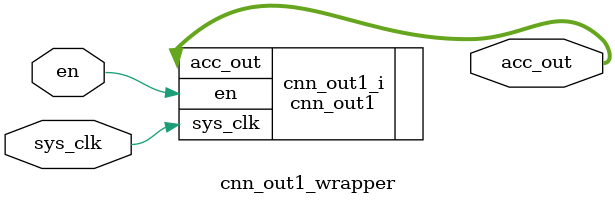
<source format=v>
`timescale 1 ps / 1 ps

module cnn_out1_wrapper
   (acc_out,
    en,
    sys_clk);
  output [9:0]acc_out;
  input en;
  input sys_clk;

  wire [9:0]acc_out;
  wire en;
  wire sys_clk;

  cnn_out1 cnn_out1_i
       (.acc_out(acc_out),
        .en(en),
        .sys_clk(sys_clk));
endmodule

</source>
